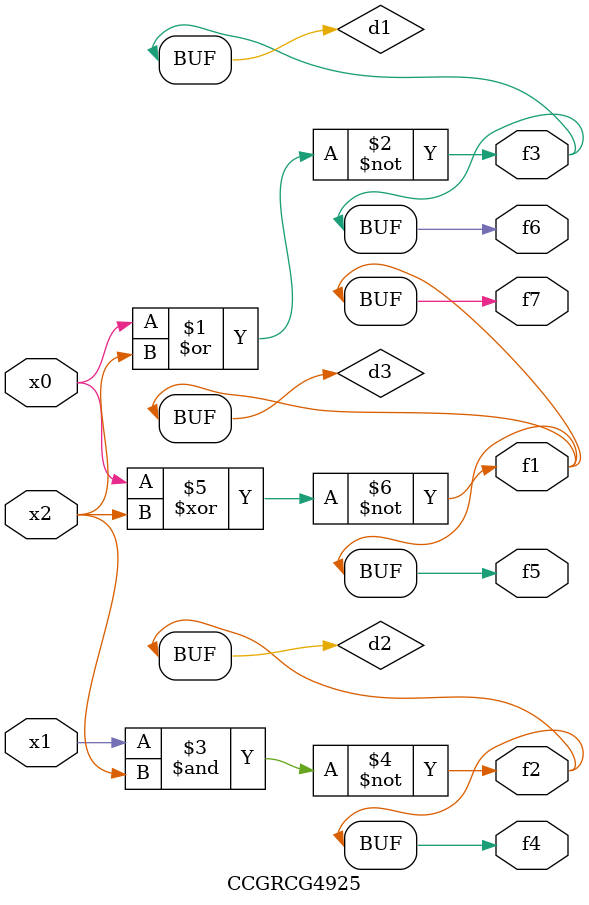
<source format=v>
module CCGRCG4925(
	input x0, x1, x2,
	output f1, f2, f3, f4, f5, f6, f7
);

	wire d1, d2, d3;

	nor (d1, x0, x2);
	nand (d2, x1, x2);
	xnor (d3, x0, x2);
	assign f1 = d3;
	assign f2 = d2;
	assign f3 = d1;
	assign f4 = d2;
	assign f5 = d3;
	assign f6 = d1;
	assign f7 = d3;
endmodule

</source>
